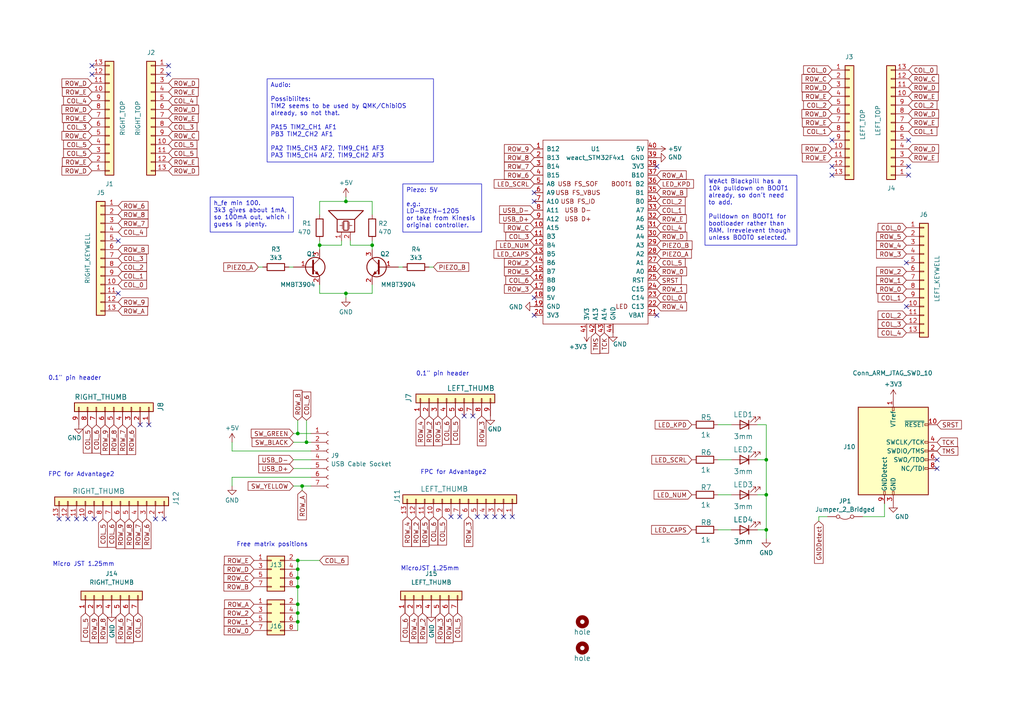
<source format=kicad_sch>
(kicad_sch (version 20231120) (generator "eeschema") (generator_version "8.0")
  (paper "A4")
  (title_block (title "River's Blackpill Kinesis Advantage Controller") (date "2024-07-08") (rev "0.3") (company "River Cat") (comment 1 "https://river.cat/t/kinbp"))
  (lib_symbols
    (symbol "Connector:Conn_01x07_Socket" (pin_names (offset 1.016) hide)
      (property "Reference" "J" (at 0 10.16 0))
      (property "Value" "Conn_01x07_Socket" (at 0 -10.16 0))
      (symbol "Conn_01x07_Socket_1_1"
        (pin passive line (at -5.08 7.62 0) (length 3.81) (name "Pin_1") (number "1"))
        (pin passive line (at -5.08 5.08 0) (length 3.81) (name "Pin_2") (number "2"))
        (pin passive line (at -5.08 2.54 0) (length 3.81) (name "Pin_3") (number "3"))
        (pin passive line (at -5.08 0 0) (length 3.81) (name "Pin_4") (number "4"))
        (pin passive line (at -5.08 -2.54 0) (length 3.81) (name "Pin_5") (number "5"))
        (pin passive line (at -5.08 -5.08 0) (length 3.81) (name "Pin_6") (number "6"))
        (pin passive line (at -5.08 -7.62 0) (length 3.81) (name "Pin_7") (number "7"))
      )
    )
    (symbol "Connector:Conn_ARM_JTAG_SWD_10" (pin_names (offset 1.016))
      (property "Reference" "J" (at -2.54 16.51 0))
      (property "Value" "Conn_ARM_JTAG_SWD_10" (at -2.54 13.97 0))
      (symbol "Conn_ARM_JTAG_SWD_10_1_1"
        (pin power_in line (at 0 15.24 270) (length 2.54) (name "VTref") (number "1"))
        (pin open_collector line (at 12.7 7.62 180) (length 2.54) (name "~{RESET}") (number "10"))
        (pin bidirectional line (at 12.7 0 180) (length 2.54) (name "SWDIO/TMS") (number "2"))
        (pin power_in line (at 0 -15.24 90) (length 2.54) (name "GND") (number "3"))
        (pin output line (at 12.7 2.54 180) (length 2.54) (name "SWCLK/TCK") (number "4"))
        (pin passive line (at 0 -15.24 90) (length 2.54) hide (name "GND") (number "5"))
        (pin input line (at 12.7 -2.54 180) (length 2.54) (name "SWO/TDO") (number "6"))
        (pin no_connect line (at -10.16 0 0) (length 2.54) hide (name "KEY") (number "7"))
        (pin output line (at 12.7 -5.08 180) (length 2.54) (name "NC/TDI") (number "8"))
        (pin passive line (at -2.54 -15.24 90) (length 2.54) (name "GNDDetect") (number "9"))
      )
    )
    (symbol "Connector_Generic:Conn_01x07" (pin_names (offset 1.016) hide)
      (property "Reference" "J" (at 0 10.16 0))
      (property "Value" "Conn_01x07" (at 0 -10.16 0))
      (symbol "Conn_01x07_1_1"
        (pin passive line (at -5.08 7.62 0) (length 3.81) (name "Pin_1") (number "1"))
        (pin passive line (at -5.08 5.08 0) (length 3.81) (name "Pin_2") (number "2"))
        (pin passive line (at -5.08 2.54 0) (length 3.81) (name "Pin_3") (number "3"))
        (pin passive line (at -5.08 0 0) (length 3.81) (name "Pin_4") (number "4"))
        (pin passive line (at -5.08 -2.54 0) (length 3.81) (name "Pin_5") (number "5"))
        (pin passive line (at -5.08 -5.08 0) (length 3.81) (name "Pin_6") (number "6"))
        (pin passive line (at -5.08 -7.62 0) (length 3.81) (name "Pin_7") (number "7"))
      )
    )
    (symbol "Connector_Generic:Conn_01x09" (pin_names (offset 1.016) hide)
      (property "Reference" "J" (at 0 12.7 0))
      (property "Value" "Conn_01x09" (at 0 -12.7 0))
      (symbol "Conn_01x09_1_1"
        (pin passive line (at -5.08 10.16 0) (length 3.81) (name "Pin_1") (number "1"))
        (pin passive line (at -5.08 7.62 0) (length 3.81) (name "Pin_2") (number "2"))
        (pin passive line (at -5.08 5.08 0) (length 3.81) (name "Pin_3") (number "3"))
        (pin passive line (at -5.08 2.54 0) (length 3.81) (name "Pin_4") (number "4"))
        (pin passive line (at -5.08 0 0) (length 3.81) (name "Pin_5") (number "5"))
        (pin passive line (at -5.08 -2.54 0) (length 3.81) (name "Pin_6") (number "6"))
        (pin passive line (at -5.08 -5.08 0) (length 3.81) (name "Pin_7") (number "7"))
        (pin passive line (at -5.08 -7.62 0) (length 3.81) (name "Pin_8") (number "8"))
        (pin passive line (at -5.08 -10.16 0) (length 3.81) (name "Pin_9") (number "9"))
      )
    )
    (symbol "Connector_Generic:Conn_01x13" (pin_names (offset 1.016) hide)
      (property "Reference" "J" (at 0 17.78 0))
      (property "Value" "Conn_01x13" (at 0 -17.78 0))
      (symbol "Conn_01x13_1_1"
        (pin passive line (at -5.08 15.24 0) (length 3.81) (name "Pin_1") (number "1"))
        (pin passive line (at -5.08 -7.62 0) (length 3.81) (name "Pin_10") (number "10"))
        (pin passive line (at -5.08 -10.16 0) (length 3.81) (name "Pin_11") (number "11"))
        (pin passive line (at -5.08 -12.7 0) (length 3.81) (name "Pin_12") (number "12"))
        (pin passive line (at -5.08 -15.24 0) (length 3.81) (name "Pin_13") (number "13"))
        (pin passive line (at -5.08 12.7 0) (length 3.81) (name "Pin_2") (number "2"))
        (pin passive line (at -5.08 10.16 0) (length 3.81) (name "Pin_3") (number "3"))
        (pin passive line (at -5.08 7.62 0) (length 3.81) (name "Pin_4") (number "4"))
        (pin passive line (at -5.08 5.08 0) (length 3.81) (name "Pin_5") (number "5"))
        (pin passive line (at -5.08 2.54 0) (length 3.81) (name "Pin_6") (number "6"))
        (pin passive line (at -5.08 0 0) (length 3.81) (name "Pin_7") (number "7"))
        (pin passive line (at -5.08 -2.54 0) (length 3.81) (name "Pin_8") (number "8"))
        (pin passive line (at -5.08 -5.08 0) (length 3.81) (name "Pin_9") (number "9"))
      )
    )
    (symbol "Connector_Generic:Conn_02x04_Odd_Even" (pin_names (offset 1.016) hide)
      (property "Reference" "J" (at 1.27 5.08 0))
      (property "Value" "Conn_02x04_Odd_Even" (at 1.27 -7.62 0))
      (symbol "Conn_02x04_Odd_Even_1_1"
        (pin passive line (at -5.08 2.54 0) (length 3.81) (name "Pin_1") (number "1"))
        (pin passive line (at 7.62 2.54 180) (length 3.81) (name "Pin_2") (number "2"))
        (pin passive line (at -5.08 0 0) (length 3.81) (name "Pin_3") (number "3"))
        (pin passive line (at 7.62 0 180) (length 3.81) (name "Pin_4") (number "4"))
        (pin passive line (at -5.08 -2.54 0) (length 3.81) (name "Pin_5") (number "5"))
        (pin passive line (at 7.62 -2.54 180) (length 3.81) (name "Pin_6") (number "6"))
        (pin passive line (at -5.08 -5.08 0) (length 3.81) (name "Pin_7") (number "7"))
        (pin passive line (at 7.62 -5.08 180) (length 3.81) (name "Pin_8") (number "8"))
      )
    )
    (symbol "Device:LED" (pin_numbers hide) (pin_names (offset 1.016) hide)
      (property "Reference" "D" (at 0 2.54 0))
      (property "Value" "LED" (at 0 -2.54 0))
      (symbol "LED_1_1"
        (pin passive line (at -3.81 0 0) (length 2.54) (name "K") (number "1"))
        (pin passive line (at 3.81 0 180) (length 2.54) (name "A") (number "2"))
      )
    )
    (symbol "Device:R" (pin_numbers hide) (pin_names (offset 0))
      (property "Reference" "R" (at 2.032 0 90))
      (property "Value" "R" (at 0 0 90))
      (symbol "R_1_1"
        (pin passive line (at 0 3.81 270) (length 1.27) (name "~") (number "1"))
        (pin passive line (at 0 -3.81 90) (length 1.27) (name "~") (number "2"))
      )
    )
    (symbol "Device:Speaker_Crystal" (pin_names (offset 0) hide)
      (property "Reference" "LS" (at 0.635 5.715 0))
      (property "Value" "Speaker_Crystal" (at 0.635 3.81 0))
      (symbol "Speaker_Crystal_1_1"
        (pin input line (at -5.08 0 0) (length 2.54) (name "1") (number "1"))
        (pin input line (at -5.08 -2.54 0) (length 2.54) (name "2") (number "2"))
      )
    )
    (symbol "GND_2" (power) (pin_names (offset 0))
      (property "Value" "GND_2" (at 0 -3.81 0))
      (symbol "GND_2_1_1"
        (pin power_in line (at 0 0 270) (length 0) hide (name "GND") (number "1"))
      )
    )
    (symbol "GND_3" (power) (pin_names (offset 0))
      (property "Value" "GND_3" (at 0 -3.81 0))
      (symbol "GND_3_1_1"
        (pin power_in line (at 0 0 270) (length 0) hide (name "GND") (number "1"))
      )
    )
    (symbol "GND_4" (power) (pin_names (offset 0))
      (property "Value" "GND_4" (at 0 -3.81 0))
      (symbol "GND_4_1_1"
        (pin power_in line (at 0 0 270) (length 0) hide (name "GND") (number "1"))
      )
    )
    (symbol "GND_5" (power) (pin_names (offset 0))
      (property "Value" "GND_5" (at 0 -3.81 0))
      (symbol "GND_5_1_1"
        (pin power_in line (at 0 0 270) (length 0) hide (name "GND") (number "1"))
      )
    )
    (symbol "GND_6" (power) (pin_names (offset 0))
      (property "Value" "GND_6" (at 0 -3.81 0))
      (symbol "GND_6_1_1"
        (pin power_in line (at 0 0 270) (length 0) hide (name "GND") (number "1"))
      )
    )
    (symbol "Jumper:Jumper_2_Bridged" (pin_numbers hide) (pin_names (offset 0) hide) (exclude_from_sim yes)
      (property "Reference" "JP" (at 0 1.905 0))
      (property "Value" "Jumper_2_Bridged" (at 0 -2.54 0))
      (symbol "Jumper_2_Bridged_1_1"
        (pin passive line (at -5.08 0 0) (length 2.54) (name "A") (number "1"))
        (pin passive line (at 5.08 0 180) (length 2.54) (name "B") (number "2"))
      )
    )
    (symbol "Mechanical:MountingHole" (pin_names (offset 1.016))
      (property "Reference" "H" (at 0 5.08 0))
      (property "Value" "MountingHole" (at 0 3.175 0))
    )
    (symbol "Transistor_BJT:MMBT3904" (pin_names (offset 0) hide)
      (property "Reference" "Q" (at 5.08 1.905 0))
      (property "Value" "MMBT3904" (at 5.08 0 0))
      (symbol "MMBT3904_1_1"
        (pin input line (at -5.08 0 0) (length 5.715) (name "B") (number "1"))
        (pin passive line (at 2.54 -5.08 90) (length 2.54) (name "E") (number "2"))
        (pin passive line (at 2.54 5.08 270) (length 2.54) (name "C") (number "3"))
      )
    )
    (symbol "kinBP-rescue:weact_STM32F4x1-stm32_boards" (pin_names (offset 1.016))
      (property "Reference" "U" (at 0 0 0))
      (property "Value" "weact_STM32F4x1-stm32_boards" (at 2.54 -5.08 0))
      (symbol "weact_STM32F4x1-stm32_boards_0_0"
        (text "BOOT1" (at 10.16 -15.24 0) (effects (font (size 1.27 1.27))))
        (text "LED" (at 10.16 -50.8 0) (effects (font (size 1.27 1.27))))
        (text "USB D+" (at -2.54 -25.4 0) (effects (font (size 1.27 1.27))))
        (text "USB D-" (at -2.54 -22.86 0) (effects (font (size 1.27 1.27))))
        (text "USB FS_ID" (at -2.54 -20.32 0) (effects (font (size 1.27 1.27))))
        (text "USB FS_SOF" (at -2.54 -15.24 0) (effects (font (size 1.27 1.27))))
        (text "USB FS_VBUS" (at -2.54 -17.78 0) (effects (font (size 1.27 1.27))))
      )
      (symbol "weact_STM32F4x1-stm32_boards_1_1"
        (pin bidirectional line (at -15.24 -5.08 0) (length 2.54) (name "B12") (number "1"))
        (pin bidirectional line (at -15.24 -27.94 0) (length 2.54) (name "A15") (number "10"))
        (pin bidirectional line (at -15.24 -30.48 0) (length 2.54) (name "B3") (number "11"))
        (pin bidirectional line (at -15.24 -33.02 0) (length 2.54) (name "B4") (number "12"))
        (pin bidirectional line (at -15.24 -35.56 0) (length 2.54) (name "B5") (number "13"))
        (pin bidirectional line (at -15.24 -38.1 0) (length 2.54) (name "B6") (number "14"))
        (pin bidirectional line (at -15.24 -40.64 0) (length 2.54) (name "B7") (number "15"))
        (pin bidirectional line (at -15.24 -43.18 0) (length 2.54) (name "B8") (number "16"))
        (pin bidirectional line (at -15.24 -45.72 0) (length 2.54) (name "B9") (number "17"))
        (pin power_out line (at -15.24 -48.26 0) (length 2.54) (name "5V") (number "18"))
        (pin bidirectional line (at -15.24 -50.8 0) (length 2.54) (name "GND") (number "19"))
        (pin bidirectional line (at -15.24 -7.62 0) (length 2.54) (name "B13") (number "2"))
        (pin power_out line (at -15.24 -53.34 0) (length 2.54) (name "3V3") (number "20"))
        (pin power_in line (at 20.32 -53.34 180) (length 2.54) (name "VBAT") (number "21"))
        (pin bidirectional line (at 20.32 -50.8 180) (length 2.54) (name "C13") (number "22"))
        (pin bidirectional line (at 20.32 -48.26 180) (length 2.54) (name "C14") (number "23"))
        (pin bidirectional line (at 20.32 -45.72 180) (length 2.54) (name "C15") (number "24"))
        (pin bidirectional line (at 20.32 -43.18 180) (length 2.54) (name "RST") (number "25"))
        (pin bidirectional line (at 20.32 -40.64 180) (length 2.54) (name "A0") (number "26"))
        (pin bidirectional line (at 20.32 -38.1 180) (length 2.54) (name "A1") (number "27"))
        (pin bidirectional line (at 20.32 -35.56 180) (length 2.54) (name "A2") (number "28"))
        (pin bidirectional line (at 20.32 -33.02 180) (length 2.54) (name "A3") (number "29"))
        (pin bidirectional line (at -15.24 -10.16 0) (length 2.54) (name "B14") (number "3"))
        (pin bidirectional line (at 20.32 -30.48 180) (length 2.54) (name "A4") (number "30"))
        (pin bidirectional line (at 20.32 -27.94 180) (length 2.54) (name "A5") (number "31"))
        (pin bidirectional line (at 20.32 -25.4 180) (length 2.54) (name "A6") (number "32"))
        (pin bidirectional line (at 20.32 -22.86 180) (length 2.54) (name "A7") (number "33"))
        (pin bidirectional line (at 20.32 -20.32 180) (length 2.54) (name "B0") (number "34"))
        (pin bidirectional line (at 20.32 -17.78 180) (length 2.54) (name "B1") (number "35"))
        (pin bidirectional line (at 20.32 -15.24 180) (length 2.54) (name "B2") (number "36"))
        (pin bidirectional line (at 20.32 -12.7 180) (length 2.54) (name "B10") (number "37"))
        (pin power_out line (at 20.32 -10.16 180) (length 2.54) (name "3V3") (number "38"))
        (pin bidirectional line (at 20.32 -7.62 180) (length 2.54) (name "GND") (number "39"))
        (pin bidirectional line (at -15.24 -12.7 0) (length 2.54) (name "B15") (number "4"))
        (pin power_out line (at 20.32 -5.08 180) (length 2.54) (name "5V") (number "40"))
        (pin power_in line (at 0 -58.42 90) (length 2.54) (name "3V3") (number "41"))
        (pin bidirectional line (at 2.54 -58.42 90) (length 2.54) (name "A13") (number "42"))
        (pin bidirectional line (at 5.08 -58.42 90) (length 2.54) (name "A14") (number "43"))
        (pin bidirectional line (at 7.62 -58.42 90) (length 2.54) (name "GND") (number "44"))
        (pin bidirectional line (at -15.24 -15.24 0) (length 2.54) (name "A8") (number "5"))
        (pin bidirectional line (at -15.24 -17.78 0) (length 2.54) (name "A9") (number "6"))
        (pin bidirectional line (at -15.24 -20.32 0) (length 2.54) (name "A10") (number "7"))
        (pin bidirectional line (at -15.24 -22.86 0) (length 2.54) (name "A11") (number "8"))
        (pin bidirectional line (at -15.24 -25.4 0) (length 2.54) (name "A12") (number "9"))
      )
    )
    (symbol "power:+3V3" (power) (pin_names (offset 0))
      (property "Value" "+3V3" (at 0 3.556 0))
      (symbol "+3V3_1_1"
        (pin power_in line (at 0 0 90) (length 0) hide (name "+3V3") (number "1"))
      )
    )
    (symbol "power:+5V" (power) (pin_names (offset 0))
      (property "Value" "+5V" (at 0 3.556 0))
      (symbol "+5V_1_1"
        (pin power_in line (at 0 0 90) (length 0) hide (name "+5V") (number "1"))
      )
    )
    (symbol "power:GND" (power) (pin_names (offset 0))
      (property "Value" "GND" (at 0 -3.81 0))
      (symbol "GND_1_1"
        (pin power_in line (at 0 0 270) (length 0) hide (name "GND") (number "1"))
      )
    )
  )
  (junction (at 222.25 143.51))
  (junction (at 86.36 165.1))
  (junction (at 86.36 125.73))
  (junction (at 86.36 167.64))
  (junction (at 86.36 177.8))
  (junction (at 86.36 175.26))
  (junction (at 107.95 71.12))
  (junction (at 92.71 71.12))
  (junction (at 86.36 180.34))
  (junction (at 222.25 133.35))
  (junction (at 222.25 153.67))
  (junction (at 86.36 162.56))
  (junction (at 88.9 128.27))
  (junction (at 87.63 140.97))
  (junction (at 100.33 85.09))
  (junction (at 100.33 58.42))
  (junction (at 86.36 170.18))
  (no_connect (at 137.16 120.65))
  (no_connect (at 24.765 150.495))
  (no_connect (at 154.94 58.42))
  (no_connect (at 262.89 88.9))
  (no_connect (at 262.89 76.2))
  (no_connect (at 19.685 150.495))
  (no_connect (at 48.895 21.59))
  (no_connect (at 133.35 149.86))
  (no_connect (at 154.94 86.36))
  (no_connect (at 148.59 149.86))
  (no_connect (at 241.3 40.64))
  (no_connect (at 190.5 48.26))
  (no_connect (at 154.94 91.44))
  (no_connect (at 263.525 40.64))
  (no_connect (at 190.5 91.44))
  (no_connect (at 263.525 48.26))
  (no_connect (at 17.145 150.495))
  (no_connect (at 134.62 120.65))
  (no_connect (at 40.64 123.19))
  (no_connect (at 45.085 150.495))
  (no_connect (at 271.78 135.89))
  (no_connect (at 22.225 150.495))
  (no_connect (at 271.78 133.35))
  (no_connect (at 241.3 50.8))
  (no_connect (at 140.97 149.86))
  (no_connect (at 138.43 149.86))
  (no_connect (at 48.895 19.05))
  (no_connect (at 263.525 50.8))
  (no_connect (at 143.51 149.86))
  (no_connect (at 26.67 19.05))
  (no_connect (at 34.29 69.85))
  (no_connect (at 43.18 123.19))
  (no_connect (at 47.625 150.495))
  (no_connect (at 154.94 55.88))
  (no_connect (at 146.05 149.86))
  (no_connect (at 34.29 85.09))
  (no_connect (at 27.305 150.495))
  (no_connect (at 130.81 149.86))
  (no_connect (at 26.67 21.59))
  (no_connect (at 241.3 48.26))
  (wire (pts (xy 222.25 133.35) (xy 222.25 123.19)))
  (wire (pts (xy 222.25 143.51) (xy 222.25 133.35)))
  (wire (pts (xy 67.31 138.43) (xy 90.17 138.43)))
  (wire (pts (xy 92.71 71.12) (xy 92.71 72.39)))
  (wire (pts (xy 88.9 121.92) (xy 88.9 128.27)))
  (wire (pts (xy 90.17 140.97) (xy 87.63 140.97)))
  (wire (pts (xy 90.17 125.73) (xy 86.36 125.73)))
  (wire (pts (xy 208.28 143.51) (xy 212.09 143.51)))
  (wire (pts (xy 107.95 82.55) (xy 107.95 85.09)))
  (wire (pts (xy 99.06 71.12) (xy 92.71 71.12)))
  (wire (pts (xy 83.82 77.47) (xy 85.09 77.47)))
  (wire (pts (xy 219.71 143.51) (xy 222.25 143.51)))
  (wire (pts (xy 76.2 77.47) (xy 74.93 77.47)))
  (wire (pts (xy 237.49 149.86) (xy 240.03 149.86)))
  (wire (pts (xy 101.6 71.12) (xy 107.95 71.12)))
  (wire (pts (xy 250.19 149.86) (xy 256.54 149.86)))
  (wire (pts (xy 86.36 167.64) (xy 86.36 170.18)))
  (wire (pts (xy 86.36 180.34) (xy 86.36 177.8)))
  (wire (pts (xy 87.63 140.97) (xy 87.63 142.24)))
  (wire (pts (xy 107.95 58.42) (xy 107.95 62.23)))
  (wire (pts (xy 90.17 133.35) (xy 85.09 133.35)))
  (wire (pts (xy 100.33 58.42) (xy 107.95 58.42)))
  (wire (pts (xy 86.36 121.92) (xy 86.36 125.73)))
  (wire (pts (xy 92.71 82.55) (xy 92.71 85.09)))
  (wire (pts (xy 222.25 123.19) (xy 219.71 123.19)))
  (wire (pts (xy 107.95 69.85) (xy 107.95 71.12)))
  (wire (pts (xy 67.31 130.81) (xy 67.31 128.27)))
  (wire (pts (xy 88.9 128.27) (xy 85.09 128.27)))
  (wire (pts (xy 92.71 62.23) (xy 92.71 58.42)))
  (wire (pts (xy 219.71 153.67) (xy 222.25 153.67)))
  (wire (pts (xy 100.33 85.09) (xy 107.95 85.09)))
  (wire (pts (xy 90.17 135.89) (xy 85.09 135.89)))
  (wire (pts (xy 124.46 77.47) (xy 125.73 77.47)))
  (wire (pts (xy 86.36 177.8) (xy 86.36 175.26)))
  (wire (pts (xy 92.71 58.42) (xy 100.33 58.42)))
  (wire (pts (xy 208.28 153.67) (xy 212.09 153.67)))
  (wire (pts (xy 90.17 130.81) (xy 67.31 130.81)))
  (wire (pts (xy 222.25 156.21) (xy 222.25 153.67)))
  (wire (pts (xy 86.36 182.88) (xy 86.36 180.34)))
  (wire (pts (xy 208.28 133.35) (xy 212.09 133.35)))
  (wire (pts (xy 67.31 140.97) (xy 67.31 138.43)))
  (wire (pts (xy 115.57 77.47) (xy 116.84 77.47)))
  (wire (pts (xy 86.36 125.73) (xy 85.09 125.73)))
  (wire (pts (xy 237.49 151.13) (xy 237.49 149.86)))
  (wire (pts (xy 100.33 85.09) (xy 100.33 86.36)))
  (wire (pts (xy 87.63 140.97) (xy 85.09 140.97)))
  (wire (pts (xy 86.36 170.18) (xy 86.36 175.26)))
  (wire (pts (xy 208.28 123.19) (xy 212.09 123.19)))
  (wire (pts (xy 99.06 69.85) (xy 99.06 71.12)))
  (wire (pts (xy 101.6 69.85) (xy 101.6 71.12)))
  (wire (pts (xy 90.17 128.27) (xy 88.9 128.27)))
  (wire (pts (xy 86.36 162.56) (xy 92.71 162.56)))
  (wire (pts (xy 86.36 162.56) (xy 86.36 165.1)))
  (wire (pts (xy 219.71 133.35) (xy 222.25 133.35)))
  (wire (pts (xy 92.71 69.85) (xy 92.71 71.12)))
  (wire (pts (xy 100.33 57.15) (xy 100.33 58.42)))
  (wire (pts (xy 107.95 71.12) (xy 107.95 72.39)))
  (wire (pts (xy 86.36 165.1) (xy 86.36 167.64)))
  (wire (pts (xy 92.71 85.09) (xy 100.33 85.09)))
  (wire (pts (xy 256.54 149.86) (xy 256.54 146.05)))
  (wire (pts (xy 222.25 153.67) (xy 222.25 143.51)))
  (text_box "Piezo: 5V\n\ne.g.:\nLD-BZEN-1205\nor take from Kinesis original controller." (at 116.84 53.34 0) (size 22.86 13.97) (effects (font (size 1.27 1.27)) (justify left top)))
  (text_box "h_fe min 100.\n3k3 gives about 1mA, so 100mA out, which I guess is plenty." (at 60.96 57.15 0) (size 24.13 10.16) (effects (font (size 1.27 1.27)) (justify left top)))
  (text_box "WeAct Blackpill has a 10k pulldown on BOOT1 already, so don't need to add.\n\nPulldown on BOOT1 for bootloader rather than RAM. Irrevelevent though unless BOOT0 selected." (at 204.47 50.8 0) (size 26.67 20.32) (effects (font (size 1.27 1.27)) (justify left top)))
  (text_box "Audio:\n\nPossibilites:\nTIM2 seems to be used by QMK/ChibiOS already, so not that.\n\nPA15 TIM2_CH1 AF1\nPB3 TIM2_CH2 AF1\n\nPA2 TIM5_CH3 AF2, TIM9_CH1 AF3\nPA3 TIM5_CH4 AF2, TIM9_CH2 AF3" (at 77.47 22.86 0) (size 48.26 24.13) (effects (font (size 1.27 1.27)) (justify left top)))
  (text "FPC for Advantage2" (at 13.97 138.43 0) (effects (font (size 1.27 1.27)) (justify left bottom)))
  (text "0.1\" pin header" (at 120.65 109.22 0) (effects (font (size 1.27 1.27)) (justify left bottom)))
  (text "MicroJST 1.25mm" (at 116.205 165.735 0) (effects (font (size 1.27 1.27)) (justify left bottom)))
  (text "FPC for Advantage2" (at 121.92 137.795 0) (effects (font (size 1.27 1.27)) (justify left bottom)))
  (text "Micro JST 1.25mm" (at 15.24 164.465 0) (effects (font (size 1.27 1.27)) (justify left bottom)))
  (text "0.1\" pin header" (at 13.97 110.49 0) (effects (font (size 1.27 1.27)) (justify left bottom)))
  (text "Free matrix positions" (at 68.58 158.75 0) (effects (font (size 1.27 1.27)) (justify left bottom)))
  (global_label "TCK" (shape input) (at 175.26 96.52 270) (property "Intersheetrefs" "${INTERSHEET_REFS}" (effects (hide yes))))
  (global_label "ROW_E" (shape input) (at 263.525 45.72 0) (property "Intersheetrefs" "${INTERSHEET_REFS}" (effects (hide yes))))
  (global_label "COL_6" (shape input) (at 88.9 121.92 90) (property "Intersheetrefs" "${INTERSHEET_REFS}" (effects (hide yes))))
  (global_label "ROW_5" (shape input) (at 262.89 68.58 180) (property "Intersheetrefs" "${INTERSHEET_REFS}" (effects (hide yes))))
  (global_label "ROW_4" (shape input) (at 190.5 88.9 0) (property "Intersheetrefs" "${INTERSHEET_REFS}" (effects (hide yes))))
  (global_label "COL_4" (shape input) (at 34.29 67.31 0) (property "Intersheetrefs" "${INTERSHEET_REFS}" (effects (hide yes))))
  (global_label "PIEZO_B" (shape input) (at 190.5 71.12 0) (property "Intersheetrefs" "${INTERSHEET_REFS}" (effects (hide yes))))
  (global_label "ROW_D" (shape input) (at 48.895 31.75 0) (property "Intersheetrefs" "${INTERSHEET_REFS}" (effects (hide yes))))
  (global_label "TCK" (shape input) (at 271.78 128.27 0) (property "Intersheetrefs" "${INTERSHEET_REFS}" (effects (hide yes))))
  (global_label "ROW_3" (shape input) (at 127.635 177.8 270) (property "Intersheetrefs" "${INTERSHEET_REFS}" (effects (hide yes))))
  (global_label "TMS" (shape input) (at 271.78 130.81 0) (property "Intersheetrefs" "${INTERSHEET_REFS}" (effects (hide yes))))
  (global_label "ROW_C" (shape input) (at 241.3 22.86 180) (property "Intersheetrefs" "${INTERSHEET_REFS}" (effects (hide yes))))
  (global_label "COL_4" (shape input) (at 190.5 66.04 0) (property "Intersheetrefs" "${INTERSHEET_REFS}" (effects (hide yes))))
  (global_label "ROW_2" (shape input) (at 73.66 177.8 180) (property "Intersheetrefs" "${INTERSHEET_REFS}" (effects (hide yes))))
  (global_label "ROW_6" (shape input) (at 34.29 59.69 0) (property "Intersheetrefs" "${INTERSHEET_REFS}" (effects (hide yes))))
  (global_label "ROW_E" (shape input) (at 263.525 35.56 0) (property "Intersheetrefs" "${INTERSHEET_REFS}" (effects (hide yes))))
  (global_label "COL_3" (shape input) (at 154.94 68.58 180) (property "Intersheetrefs" "${INTERSHEET_REFS}" (effects (hide yes))))
  (global_label "COL_2" (shape input) (at 263.525 30.48 0) (property "Intersheetrefs" "${INTERSHEET_REFS}" (effects (hide yes))))
  (global_label "ROW_2" (shape input) (at 120.65 149.86 270) (property "Intersheetrefs" "${INTERSHEET_REFS}" (effects (hide yes))))
  (global_label "COL_0" (shape input) (at 263.525 20.32 0) (property "Intersheetrefs" "${INTERSHEET_REFS}" (effects (hide yes))))
  (global_label "COL_1" (shape input) (at 263.525 38.1 0) (property "Intersheetrefs" "${INTERSHEET_REFS}" (effects (hide yes))))
  (global_label "PIEZO_B" (shape input) (at 125.73 77.47 0) (property "Intersheetrefs" "${INTERSHEET_REFS}" (effects (hide yes))))
  (global_label "LED_CAPS" (shape input) (at 200.66 153.67 180) (property "Intersheetrefs" "${INTERSHEET_REFS}" (effects (hide yes))))
  (global_label "SRST" (shape input) (at 271.78 123.19 0) (property "Intersheetrefs" "${INTERSHEET_REFS}" (effects (hide yes))))
  (global_label "ROW_E" (shape input) (at 26.67 34.29 180) (property "Intersheetrefs" "${INTERSHEET_REFS}" (effects (hide yes))))
  (global_label "COL_5" (shape input) (at 48.895 41.91 0) (property "Intersheetrefs" "${INTERSHEET_REFS}" (effects (hide yes))))
  (global_label "COL_4" (shape input) (at 48.895 29.21 0) (property "Intersheetrefs" "${INTERSHEET_REFS}" (effects (hide yes))))
  (global_label "COL_5" (shape input) (at 48.895 44.45 0) (property "Intersheetrefs" "${INTERSHEET_REFS}" (effects (hide yes))))
  (global_label "ROW_D" (shape input) (at 26.67 24.13 180) (property "Intersheetrefs" "${INTERSHEET_REFS}" (effects (hide yes))))
  (global_label "ROW_D" (shape input) (at 48.895 49.53 0) (property "Intersheetrefs" "${INTERSHEET_REFS}" (effects (hide yes))))
  (global_label "ROW_5" (shape input) (at 127 120.65 270) (property "Intersheetrefs" "${INTERSHEET_REFS}" (effects (hide yes))))
  (global_label "COL_4" (shape input) (at 262.89 96.52 180) (property "Intersheetrefs" "${INTERSHEET_REFS}" (effects (hide yes))))
  (global_label "ROW_5" (shape input) (at 154.94 78.74 180) (property "Intersheetrefs" "${INTERSHEET_REFS}" (effects (hide yes))))
  (global_label "ROW_D" (shape input) (at 190.5 68.58 0) (property "Intersheetrefs" "${INTERSHEET_REFS}" (effects (hide yes))))
  (global_label "ROW_E" (shape input) (at 26.67 46.99 180) (property "Intersheetrefs" "${INTERSHEET_REFS}" (effects (hide yes))))
  (global_label "COL_2" (shape input) (at 241.3 30.48 180) (property "Intersheetrefs" "${INTERSHEET_REFS}" (effects (hide yes))))
  (global_label "ROW_3" (shape input) (at 135.89 149.86 270) (property "Intersheetrefs" "${INTERSHEET_REFS}" (effects (hide yes))))
  (global_label "ROW_A" (shape input) (at 87.63 142.24 270) (property "Intersheetrefs" "${INTERSHEET_REFS}" (effects (hide yes))))
  (global_label "COL_5" (shape input) (at 26.67 44.45 180) (property "Intersheetrefs" "${INTERSHEET_REFS}" (effects (hide yes))))
  (global_label "COL_5" (shape input) (at 26.67 41.91 180) (property "Intersheetrefs" "${INTERSHEET_REFS}" (effects (hide yes))))
  (global_label "ROW_5" (shape input) (at 123.19 149.86 270) (property "Intersheetrefs" "${INTERSHEET_REFS}" (effects (hide yes))))
  (global_label "COL_6" (shape input) (at 27.94 123.19 270) (property "Intersheetrefs" "${INTERSHEET_REFS}" (effects (hide yes))))
  (global_label "ROW_D" (shape input) (at 263.525 25.4 0) (property "Intersheetrefs" "${INTERSHEET_REFS}" (effects (hide yes))))
  (global_label "LED_SCRL" (shape input) (at 154.94 53.34 180) (property "Intersheetrefs" "${INTERSHEET_REFS}" (effects (hide yes))))
  (global_label "COL_0" (shape input) (at 34.29 82.55 0) (property "Intersheetrefs" "${INTERSHEET_REFS}" (effects (hide yes))))
  (global_label "ROW_9" (shape input) (at 154.94 43.18 180) (property "Intersheetrefs" "${INTERSHEET_REFS}" (effects (hide yes))))
  (global_label "ROW_D" (shape input) (at 73.66 165.1 180) (property "Intersheetrefs" "${INTERSHEET_REFS}" (effects (hide yes))))
  (global_label "COL_2" (shape input) (at 190.5 58.42 0) (property "Intersheetrefs" "${INTERSHEET_REFS}" (effects (hide yes))))
  (global_label "PIEZO_A" (shape input) (at 190.5 73.66 0) (property "Intersheetrefs" "${INTERSHEET_REFS}" (effects (hide yes))))
  (global_label "COL_1" (shape input) (at 34.29 80.01 0) (property "Intersheetrefs" "${INTERSHEET_REFS}" (effects (hide yes))))
  (global_label "ROW_1" (shape input) (at 190.5 83.82 0) (property "Intersheetrefs" "${INTERSHEET_REFS}" (effects (hide yes))))
  (global_label "COL_2" (shape input) (at 34.29 77.47 0) (property "Intersheetrefs" "${INTERSHEET_REFS}" (effects (hide yes))))
  (global_label "ROW_0" (shape input) (at 262.89 83.82 180) (property "Intersheetrefs" "${INTERSHEET_REFS}" (effects (hide yes))))
  (global_label "ROW_D" (shape input) (at 241.3 25.4 180) (property "Intersheetrefs" "${INTERSHEET_REFS}" (effects (hide yes))))
  (global_label "SW_GREEN" (shape input) (at 85.09 125.73 180) (property "Intersheetrefs" "${INTERSHEET_REFS}" (effects (hide yes))))
  (global_label "COL_0" (shape input) (at 241.3 20.32 180) (property "Intersheetrefs" "${INTERSHEET_REFS}" (effects (hide yes))))
  (global_label "ROW_A" (shape input) (at 34.29 90.17 0) (property "Intersheetrefs" "${INTERSHEET_REFS}" (effects (hide yes))))
  (global_label "COL_6" (shape input) (at 117.475 177.8 270) (property "Intersheetrefs" "${INTERSHEET_REFS}" (effects (hide yes))))
  (global_label "COL_5" (shape input) (at 24.765 177.8 270) (property "Intersheetrefs" "${INTERSHEET_REFS}" (effects (hide yes))))
  (global_label "COL_3" (shape input) (at 26.67 36.83 180) (property "Intersheetrefs" "${INTERSHEET_REFS}" (effects (hide yes))))
  (global_label "ROW_4" (shape input) (at 121.92 120.65 270) (property "Intersheetrefs" "${INTERSHEET_REFS}" (effects (hide yes))))
  (global_label "ROW_7" (shape input) (at 35.56 123.19 270) (property "Intersheetrefs" "${INTERSHEET_REFS}" (effects (hide yes))))
  (global_label "USB_D-" (shape input) (at 85.09 133.35 180) (property "Intersheetrefs" "${INTERSHEET_REFS}" (effects (hide yes))))
  (global_label "ROW_9" (shape input) (at 27.305 177.8 270) (property "Intersheetrefs" "${INTERSHEET_REFS}" (effects (hide yes))))
  (global_label "SRST" (shape input) (at 190.5 81.28 0) (property "Intersheetrefs" "${INTERSHEET_REFS}" (effects (hide yes))))
  (global_label "PIEZO_A" (shape input) (at 74.93 77.47 180) (property "Intersheetrefs" "${INTERSHEET_REFS}" (effects (hide yes))))
  (global_label "ROW_1" (shape input) (at 73.66 180.34 180) (property "Intersheetrefs" "${INTERSHEET_REFS}" (effects (hide yes))))
  (global_label "COL_6" (shape input) (at 40.005 177.8 270) (property "Intersheetrefs" "${INTERSHEET_REFS}" (effects (hide yes))))
  (global_label "LED_NUM" (shape input) (at 154.94 71.12 180) (property "Intersheetrefs" "${INTERSHEET_REFS}" (effects (hide yes))))
  (global_label "ROW_9" (shape input) (at 34.29 87.63 0) (property "Intersheetrefs" "${INTERSHEET_REFS}" (effects (hide yes))))
  (global_label "ROW_2" (shape input) (at 262.89 78.74 180) (property "Intersheetrefs" "${INTERSHEET_REFS}" (effects (hide yes))))
  (global_label "COL_6" (shape input) (at 32.385 150.495 270) (property "Intersheetrefs" "${INTERSHEET_REFS}" (effects (hide yes))))
  (global_label "ROW_B" (shape input) (at 190.5 55.88 0) (property "Intersheetrefs" "${INTERSHEET_REFS}" (effects (hide yes))))
  (global_label "ROW_5" (shape input) (at 130.175 177.8 270) (property "Intersheetrefs" "${INTERSHEET_REFS}" (effects (hide yes))))
  (global_label "ROW_8" (shape input) (at 34.29 62.23 0) (property "Intersheetrefs" "${INTERSHEET_REFS}" (effects (hide yes))))
  (global_label "COL_3" (shape input) (at 48.895 36.83 0) (property "Intersheetrefs" "${INTERSHEET_REFS}" (effects (hide yes))))
  (global_label "COL_5" (shape input) (at 132.715 177.8 270) (property "Intersheetrefs" "${INTERSHEET_REFS}" (effects (hide yes))))
  (global_label "ROW_D" (shape input) (at 241.3 33.02 180) (property "Intersheetrefs" "${INTERSHEET_REFS}" (effects (hide yes))))
  (global_label "ROW_B" (shape input) (at 34.29 72.39 0) (property "Intersheetrefs" "${INTERSHEET_REFS}" (effects (hide yes))))
  (global_label "ROW_6" (shape input) (at 42.545 150.495 270) (property "Intersheetrefs" "${INTERSHEET_REFS}" (effects (hide yes))))
  (global_label "ROW_E" (shape input) (at 263.525 27.94 0) (property "Intersheetrefs" "${INTERSHEET_REFS}" (effects (hide yes))))
  (global_label "ROW_C" (shape input) (at 73.66 167.64 180) (property "Intersheetrefs" "${INTERSHEET_REFS}" (effects (hide yes))))
  (global_label "ROW_3" (shape input) (at 139.7 120.65 270) (property "Intersheetrefs" "${INTERSHEET_REFS}" (effects (hide yes))))
  (global_label "ROW_0" (shape input) (at 73.66 182.88 180) (property "Intersheetrefs" "${INTERSHEET_REFS}" (effects (hide yes))))
  (global_label "ROW_D" (shape input) (at 48.895 24.13 0) (property "Intersheetrefs" "${INTERSHEET_REFS}" (effects (hide yes))))
  (global_label "ROW_7" (shape input) (at 40.005 150.495 270) (property "Intersheetrefs" "${INTERSHEET_REFS}" (effects (hide yes))))
  (global_label "ROW_3" (shape input) (at 154.94 83.82 180) (property "Intersheetrefs" "${INTERSHEET_REFS}" (effects (hide yes))))
  (global_label "COL_0" (shape input) (at 190.5 86.36 0) (property "Intersheetrefs" "${INTERSHEET_REFS}" (effects (hide yes))))
  (global_label "ROW_E" (shape input) (at 48.895 26.67 0) (property "Intersheetrefs" "${INTERSHEET_REFS}" (effects (hide yes))))
  (global_label "ROW_E" (shape input) (at 48.895 34.29 0) (property "Intersheetrefs" "${INTERSHEET_REFS}" (effects (hide yes))))
  (global_label "ROW_E" (shape input) (at 26.67 26.67 180) (property "Intersheetrefs" "${INTERSHEET_REFS}" (effects (hide yes))))
  (global_label "ROW_E" (shape input) (at 241.3 27.94 180) (property "Intersheetrefs" "${INTERSHEET_REFS}" (effects (hide yes))))
  (global_label "COL_5" (shape input) (at 132.08 120.65 270) (property "Intersheetrefs" "${INTERSHEET_REFS}" (effects (hide yes))))
  (global_label "COL_2" (shape input) (at 262.89 91.44 180) (property "Intersheetrefs" "${INTERSHEET_REFS}" (effects (hide yes))))
  (global_label "ROW_8" (shape input) (at 37.465 150.495 270) (property "Intersheetrefs" "${INTERSHEET_REFS}" (effects (hide yes))))
  (global_label "COL_5" (shape input) (at 25.4 123.19 270) (property "Intersheetrefs" "${INTERSHEET_REFS}" (effects (hide yes))))
  (global_label "SW_YELLOW" (shape input) (at 85.09 140.97 180) (property "Intersheetrefs" "${INTERSHEET_REFS}" (effects (hide yes))))
  (global_label "ROW_A" (shape input) (at 190.5 50.8 0) (property "Intersheetrefs" "${INTERSHEET_REFS}" (effects (hide yes))))
  (global_label "ROW_8" (shape input) (at 29.845 177.8 270) (property "Intersheetrefs" "${INTERSHEET_REFS}" (effects (hide yes))))
  (global_label "ROW_E" (shape input) (at 190.5 63.5 0) (property "Intersheetrefs" "${INTERSHEET_REFS}" (effects (hide yes))))
  (global_label "ROW_2" (shape input) (at 124.46 120.65 270) (property "Intersheetrefs" "${INTERSHEET_REFS}" (effects (hide yes))))
  (global_label "ROW_4" (shape input) (at 262.89 71.12 180) (property "Intersheetrefs" "${INTERSHEET_REFS}" (effects (hide yes))))
  (global_label "LED_KPD" (shape input) (at 200.66 123.19 180) (property "Intersheetrefs" "${INTERSHEET_REFS}" (effects (hide yes))))
  (global_label "ROW_4" (shape input) (at 118.11 149.86 270) (property "Intersheetrefs" "${INTERSHEET_REFS}" (effects (hide yes))))
  (global_label "COL_6" (shape input) (at 129.54 120.65 270) (property "Intersheetrefs" "${INTERSHEET_REFS}" (effects (hide yes))))
  (global_label "ROW_8" (shape input) (at 154.94 45.72 180) (property "Intersheetrefs" "${INTERSHEET_REFS}" (effects (hide yes))))
  (global_label "ROW_7" (shape input) (at 37.465 177.8 270) (property "Intersheetrefs" "${INTERSHEET_REFS}" (effects (hide yes))))
  (global_label "ROW_6" (shape input) (at 154.94 50.8 180) (property "Intersheetrefs" "${INTERSHEET_REFS}" (effects (hide yes))))
  (global_label "ROW_B" (shape input) (at 73.66 170.18 180) (property "Intersheetrefs" "${INTERSHEET_REFS}" (effects (hide yes))))
  (global_label "COL_1" (shape input) (at 190.5 60.96 0) (property "Intersheetrefs" "${INTERSHEET_REFS}" (effects (hide yes))))
  (global_label "ROW_4" (shape input) (at 120.015 177.8 270) (property "Intersheetrefs" "${INTERSHEET_REFS}" (effects (hide yes))))
  (global_label "COL_1" (shape input) (at 262.89 86.36 180) (property "Intersheetrefs" "${INTERSHEET_REFS}" (effects (hide yes))))
  (global_label "ROW_8" (shape input) (at 33.02 123.19 270) (property "Intersheetrefs" "${INTERSHEET_REFS}" (effects (hide yes))))
  (global_label "ROW_6" (shape input) (at 34.925 177.8 270) (property "Intersheetrefs" "${INTERSHEET_REFS}" (effects (hide yes))))
  (global_label "USB_D+" (shape input) (at 154.94 63.5 180) (property "Intersheetrefs" "${INTERSHEET_REFS}" (effects (hide yes))))
  (global_label "ROW_E" (shape input) (at 48.895 46.99 0) (property "Intersheetrefs" "${INTERSHEET_REFS}" (effects (hide yes))))
  (global_label "USB_D-" (shape input) (at 154.94 60.96 180) (property "Intersheetrefs" "${INTERSHEET_REFS}" (effects (hide yes))))
  (global_label "ROW_A" (shape input) (at 73.66 175.26 180) (property "Intersheetrefs" "${INTERSHEET_REFS}" (effects (hide yes))))
  (global_label "ROW_D" (shape input) (at 26.67 49.53 180) (property "Intersheetrefs" "${INTERSHEET_REFS}" (effects (hide yes))))
  (global_label "COL_0" (shape input) (at 262.89 66.04 180) (property "Intersheetrefs" "${INTERSHEET_REFS}" (effects (hide yes))))
  (global_label "COL_6" (shape input) (at 125.73 149.86 270) (property "Intersheetrefs" "${INTERSHEET_REFS}" (effects (hide yes))))
  (global_label "TMS" (shape input) (at 172.72 96.52 270) (property "Intersheetrefs" "${INTERSHEET_REFS}" (effects (hide yes))))
  (global_label "COL_5" (shape input) (at 29.845 150.495 270) (property "Intersheetrefs" "${INTERSHEET_REFS}" (effects (hide yes))))
  (global_label "GNDDetect" (shape input) (at 237.49 151.13 270) (property "Intersheetrefs" "${INTERSHEET_REFS}" (effects (hide yes))))
  (global_label "ROW_C" (shape input) (at 263.525 22.86 0) (property "Intersheetrefs" "${INTERSHEET_REFS}" (effects (hide yes))))
  (global_label "ROW_D" (shape input) (at 26.67 31.75 180) (property "Intersheetrefs" "${INTERSHEET_REFS}" (effects (hide yes))))
  (global_label "ROW_C" (shape input) (at 48.895 39.37 0) (property "Intersheetrefs" "${INTERSHEET_REFS}" (effects (hide yes))))
  (global_label "LED_CAPS" (shape input) (at 154.94 73.66 180) (property "Intersheetrefs" "${INTERSHEET_REFS}" (effects (hide yes))))
  (global_label "LED_NUM" (shape input) (at 200.66 143.51 180) (property "Intersheetrefs" "${INTERSHEET_REFS}" (effects (hide yes))))
  (global_label "LED_KPD" (shape input) (at 190.5 53.34 0) (property "Intersheetrefs" "${INTERSHEET_REFS}" (effects (hide yes))))
  (global_label "ROW_1" (shape input) (at 262.89 81.28 180) (property "Intersheetrefs" "${INTERSHEET_REFS}" (effects (hide yes))))
  (global_label "COL_4" (shape input) (at 26.67 29.21 180) (property "Intersheetrefs" "${INTERSHEET_REFS}" (effects (hide yes))))
  (global_label "COL_5" (shape input) (at 190.5 76.2 0) (property "Intersheetrefs" "${INTERSHEET_REFS}" (effects (hide yes))))
  (global_label "ROW_9" (shape input) (at 34.925 150.495 270) (property "Intersheetrefs" "${INTERSHEET_REFS}" (effects (hide yes))))
  (global_label "ROW_2" (shape input) (at 154.94 76.2 180) (property "Intersheetrefs" "${INTERSHEET_REFS}" (effects (hide yes))))
  (global_label "SW_BLACK" (shape input) (at 85.09 128.27 180) (property "Intersheetrefs" "${INTERSHEET_REFS}" (effects (hide yes))))
  (global_label "ROW_D" (shape input) (at 241.3 43.18 180) (property "Intersheetrefs" "${INTERSHEET_REFS}" (effects (hide yes))))
  (global_label "ROW_6" (shape input) (at 38.1 123.19 270) (property "Intersheetrefs" "${INTERSHEET_REFS}" (effects (hide yes))))
  (global_label "ROW_C" (shape input) (at 26.67 39.37 180) (property "Intersheetrefs" "${INTERSHEET_REFS}" (effects (hide yes))))
  (global_label "LED_SCRL" (shape input) (at 200.66 133.35 180) (property "Intersheetrefs" "${INTERSHEET_REFS}" (effects (hide yes))))
  (global_label "ROW_E" (shape input) (at 241.3 45.72 180) (property "Intersheetrefs" "${INTERSHEET_REFS}" (effects (hide yes))))
  (global_label "ROW_D" (shape input) (at 263.525 33.02 0) (property "Intersheetrefs" "${INTERSHEET_REFS}" (effects (hide yes))))
  (global_label "COL_3" (shape input) (at 262.89 93.98 180) (property "Intersheetrefs" "${INTERSHEET_REFS}" (effects (hide yes))))
  (global_label "ROW_7" (shape input) (at 154.94 48.26 180) (property "Intersheetrefs" "${INTERSHEET_REFS}" (effects (hide yes))))
  (global_label "ROW_2" (shape input) (at 122.555 177.8 270) (property "Intersheetrefs" "${INTERSHEET_REFS}" (effects (hide yes))))
  (global_label "USB_D+" (shape input) (at 85.09 135.89 180) (property "Intersheetrefs" "${INTERSHEET_REFS}" (effects (hide yes))))
  (global_label "ROW_9" (shape input) (at 30.48 123.19 270) (property "Intersheetrefs" "${INTERSHEET_REFS}" (effects (hide yes))))
  (global_label "ROW_B" (shape input) (at 86.36 121.92 90) (property "Intersheetrefs" "${INTERSHEET_REFS}" (effects (hide yes))))
  (global_label "COL_1" (shape input) (at 241.3 38.1 180) (property "Intersheetrefs" "${INTERSHEET_REFS}" (effects (hide yes))))
  (global_label "ROW_E" (shape input) (at 241.3 35.56 180) (property "Intersheetrefs" "${INTERSHEET_REFS}" (effects (hide yes))))
  (global_label "COL_5" (shape input) (at 128.27 149.86 270) (property "Intersheetrefs" "${INTERSHEET_REFS}" (effects (hide yes))))
  (global_label "ROW_D" (shape input) (at 263.525 43.18 0) (property "Intersheetrefs" "${INTERSHEET_REFS}" (effects (hide yes))))
  (global_label "COL_3" (shape input) (at 34.29 74.93 0) (property "Intersheetrefs" "${INTERSHEET_REFS}" (effects (hide yes))))
  (global_label "COL_6" (shape input) (at 154.94 81.28 180) (property "Intersheetrefs" "${INTERSHEET_REFS}" (effects (hide yes))))
  (global_label "ROW_7" (shape input) (at 34.29 64.77 0) (property "Intersheetrefs" "${INTERSHEET_REFS}" (effects (hide yes))))
  (global_label "ROW_E" (shape input) (at 73.66 162.56 180) (property "Intersheetrefs" "${INTERSHEET_REFS}" (effects (hide yes))))
  (global_label "ROW_C" (shape input) (at 154.94 66.04 180) (property "Intersheetrefs" "${INTERSHEET_REFS}" (effects (hide yes))))
  (global_label "COL_6" (shape input) (at 92.71 162.56 0) (property "Intersheetrefs" "${INTERSHEET_REFS}" (effects (hide yes))))
  (global_label "ROW_0" (shape input) (at 190.5 78.74 0) (property "Intersheetrefs" "${INTERSHEET_REFS}" (effects (hide yes))))
  (global_label "ROW_3" (shape input) (at 262.89 73.66 180) (property "Intersheetrefs" "${INTERSHEET_REFS}" (effects (hide yes))))
  (symbol (lib_id "Device:LED") (at 215.9 123.19 180) (unit 1)
    (property "Reference" "LED1" (at 218.44 119.38 0) (effects (font (size 1.4986 1.4986)) (justify left bottom)))
    (property "Value" "3mm" (at 218.44 125.73 0) (effects (font (size 1.4986 1.4986)) (justify left bottom)))
    (property "Footprint" "keyboards:LED_D3.0mm_centered" (effects (hide yes)))
  )
  (symbol (lib_id "Connector_Generic:Conn_01x09") (at 33.02 118.11 270) (mirror x) (unit 1)
    (property "Reference" "J8" (at 45.72 119.38 0) (effects (font (size 1.4986 1.4986)) (justify left bottom)))
    (property "Value" "RIGHT_THUMB" (at 21.59 114.3 90) (effects (font (size 1.4986 1.4986)) (justify left bottom)))
    (property "Footprint" "Connector_PinHeader_2.54mm:PinHeader_1x09_P2.54mm_Vertical" (effects (hide yes)))
  )
  (symbol (lib_id "Connector_Generic:Conn_01x09") (at 132.08 115.57 90) (unit 1)
    (property "Reference" "J7" (at 119.38 116.84 0) (effects (font (size 1.4986 1.4986)) (justify left bottom)))
    (property "Value" "LEFT_THUMB" (at 143.51 111.76 90) (effects (font (size 1.4986 1.4986)) (justify left bottom)))
    (property "Footprint" "Connector_PinHeader_2.54mm:PinHeader_1x09_P2.54mm_Vertical" (effects (hide yes)))
  )
  (symbol (lib_id "Mechanical:MountingHole") (at 168.91 180.34 270) (unit 1)
    (property "Reference" "H1" (effects (hide yes)))
    (property "Value" "hole" (at 166.37 184.15 90) (effects (font (size 1.4986 1.4986)) (justify left bottom)))
    (property "Footprint" "river:MountingHole_4.3mm_M4_No_Copper" (effects (hide yes)))
  )
  (symbol (lib_id "Device:LED") (at 215.9 133.35 180) (unit 1)
    (property "Reference" "LED2" (at 218.44 129.54 0) (effects (font (size 1.4986 1.4986)) (justify left bottom)))
    (property "Value" "3mm" (at 218.44 135.89 0) (effects (font (size 1.4986 1.4986)) (justify left bottom)))
    (property "Footprint" "keyboards:LED_D3.0mm_centered" (effects (hide yes)))
  )
  (symbol (lib_id "Connector_Generic:Conn_01x13") (at 267.97 81.28 0) (unit 1)
    (property "Reference" "J6" (at 266.7 62.23 0) (effects (justify left)))
    (property "Value" "LEFT_KEYWELL" (at 271.78 87.63 90) (effects (justify left)))
    (property "Footprint" "footprints:39-53-2135" (effects (hide yes)))
  )
  (symbol (lib_id "Connector_Generic:Conn_01x13") (at 29.21 74.93 0) (mirror y) (unit 1)
    (property "Reference" "J5" (at 29.21 55.88 0))
    (property "Value" "RIGHT_KEYWELL" (at 25.4 74.93 90))
    (property "Footprint" "footprints:39-53-2135" (effects (hide yes)))
  )
  (symbol (lib_id "Connector_Generic:Conn_01x13") (at 258.445 35.56 180) (unit 1)
    (property "Reference" "J4" (at 259.715 54.61 0) (effects (justify left)))
    (property "Value" "LEFT_TOP" (at 254.635 30.48 90) (effects (justify left)))
    (property "Footprint" "footprints:39-53-2135" (effects (hide yes)))
  )
  (symbol (lib_id "Connector_Generic:Conn_01x13") (at 31.75 34.29 0) (mirror x) (unit 1)
    (property "Reference" "J1" (at 31.75 53.34 0))
    (property "Value" "RIGHT_TOP" (at 35.56 34.29 90))
    (property "Footprint" "footprints:39-53-2135" (effects (hide yes)))
  )
  (symbol (lib_id "power:GND") (at 154.94 88.9 270) (unit 1)
    (property "Reference" "#PWR05" (effects (hide yes)))
    (property "Value" "GND" (at 151.6888 89.027 90) (effects (justify right)))
  )
  (symbol (lib_id "Mechanical:MountingHole") (at 168.91 187.96 270) (unit 1)
    (property "Reference" "H2" (effects (hide yes)))
    (property "Value" "hole" (at 166.37 191.77 90) (effects (font (size 1.4986 1.4986)) (justify left bottom)))
    (property "Footprint" "MountingHole:MountingHole_6mm" (effects (hide yes)))
  )
  (symbol (lib_id "Connector_Generic:Conn_01x13") (at 32.385 145.415 270) (mirror x) (unit 1)
    (property "Reference" "J12" (at 50.165 146.685 0) (effects (font (size 1.4986 1.4986)) (justify left bottom)))
    (property "Value" "RIGHT_THUMB" (at 20.955 141.605 90) (effects (font (size 1.4986 1.4986)) (justify left bottom)))
    (property "Footprint" "footprints:39-53-2135" (effects (hide yes)))
  )
  (symbol (lib_id "Connector_Generic:Conn_01x13") (at 133.35 144.78 270) (mirror x) (unit 1)
    (property "Reference" "J11" (at 114.3 146.05 0) (effects (font (size 1.4986 1.4986)) (justify left bottom)))
    (property "Value" "LEFT_THUMB" (at 121.92 140.97 90) (effects (font (size 1.4986 1.4986)) (justify left bottom)))
    (property "Footprint" "footprints:39-53-2135" (effects (hide yes)))
  )
  (symbol (lib_id "Connector_Generic:Conn_02x04_Odd_Even") (at 78.74 177.8 0) (unit 1) (exclude_from_sim yes)
    (property "Reference" "J16" (at 80.01 181.61 0))
    (property "Value" "Conn_02x04_Odd_Even" (effects (hide yes)))
    (property "Footprint" "Connector_PinHeader_2.54mm:PinHeader_2x04_P2.54mm_Vertical" (effects (hide yes)))
  )
  (symbol (lib_id "power:GND") (at 190.5 45.72 90) (unit 1)
    (property "Reference" "#PWR02" (effects (hide yes)))
    (property "Value" "GND" (at 193.7512 45.593 90) (effects (justify right)))
  )
  (symbol (lib_id "kinBP-rescue:weact_STM32F4x1-stm32_boards") (at 170.18 38.1 0) (unit 1)
    (property "Reference" "U1" (at 172.72 43.18 0))
    (property "Value" "weact_STM32F4x1" (at 172.72 45.72 0))
    (property "Footprint" "footprints:STM32F4x1_MiniF4" (effects (hide yes)))
    (property "Note" "Weact Blackpill devboard." (effects (hide yes)))
  )
  (symbol (lib_id "Device:LED") (at 215.9 143.51 180) (unit 1)
    (property "Reference" "LED3" (at 218.44 139.7 0) (effects (font (size 1.4986 1.4986)) (justify left bottom)))
    (property "Value" "3mm" (at 218.44 146.05 0) (effects (font (size 1.4986 1.4986)) (justify left bottom)))
    (property "Footprint" "keyboards:LED_D3.0mm_centered" (effects (hide yes)))
  )
  (symbol (lib_id "Device:LED") (at 215.9 153.67 180) (unit 1)
    (property "Reference" "LED4" (at 218.44 149.86 0) (effects (font (size 1.4986 1.4986)) (justify left bottom)))
    (property "Value" "3mm" (at 218.44 156.21 0) (effects (font (size 1.4986 1.4986)) (justify left bottom)))
    (property "Footprint" "keyboards:LED_D3.0mm_centered" (effects (hide yes)))
  )
  (symbol (lib_name "GND_6") (lib_id "power:GND") (at 67.31 140.97 0) (unit 1)
    (property "Reference" "#PWR011" (effects (hide yes)))
    (property "Value" "GND" (at 67.31 145.1031 0))
  )
  (symbol (lib_id "power:GND") (at 125.095 177.8 0) (unit 1)
    (property "Reference" "#PWR015" (effects (hide yes)))
    (property "Value" "GND" (at 125.222 181.0512 90) (effects (justify right)))
  )
  (symbol (lib_id "Device:R") (at 92.71 66.04 180) (unit 1)
    (property "Reference" "R1" (at 87.63 64.77 0) (effects (justify right)))
    (property "Value" "470" (at 86.36 67.31 0) (effects (justify right)))
    (property "Footprint" "Resistor_THT:R_Axial_DIN0207_L6.3mm_D2.5mm_P7.62mm_Horizontal" (effects (hide yes)))
  )
  (symbol (lib_id "power:GND") (at 259.08 146.05 0) (unit 1)
    (property "Reference" "#PWR012" (effects (hide yes)))
    (property "Value" "GND" (at 261.62 149.86 0))
  )
  (symbol (lib_name "GND_3") (lib_id "power:GND") (at 222.25 156.21 0) (unit 1)
    (property "Reference" "#PWR013" (effects (hide yes)))
    (property "Value" "GND" (at 222.25 160.3431 0))
  )
  (symbol (lib_id "Device:R") (at 107.95 66.04 180) (unit 1)
    (property "Reference" "R2" (at 109.728 64.8279 0) (effects (justify right)))
    (property "Value" "470" (at 109.728 67.2521 0) (effects (justify right)))
    (property "Footprint" "Resistor_THT:R_Axial_DIN0207_L6.3mm_D2.5mm_P7.62mm_Horizontal" (effects (hide yes)))
  )
  (symbol (lib_id "Device:R") (at 204.47 143.51 270) (unit 1)
    (property "Reference" "R7" (at 203.2 142.24 90) (effects (font (size 1.4986 1.4986)) (justify left bottom)))
    (property "Value" "1k" (at 203.2 147.32 90) (effects (font (size 1.4986 1.4986)) (justify left bottom)))
    (property "Footprint" "Resistor_THT:R_Axial_DIN0207_L6.3mm_D2.5mm_P7.62mm_Horizontal" (effects (hide yes)))
    (property "Note" "Modify value for chosen LEDs." (effects (hide yes)))
  )
  (symbol (lib_id "Transistor_BJT:MMBT3904") (at 110.49 77.47 0) (mirror y) (unit 1)
    (property "Reference" "Q2" (at 113.03 73.66 0) (effects (justify left)))
    (property "Value" "MMBT3904" (at 120.65 82.55 0) (effects (justify left)))
    (property "Footprint" "Package_TO_SOT_SMD:SOT-23" (effects (hide yes)))
    (property "Datasheet" "https://www.onsemi.com/pdf/datasheet/pzt3904-d.pdf" (effects (hide yes)))
  )
  (symbol (lib_id "Connector_Generic:Conn_01x07") (at 32.385 172.72 90) (unit 1) (on_board no)
    (property "Reference" "J14" (at 32.385 166.37 90))
    (property "Value" "RIGHT_THUMB" (at 32.385 168.91 90))
    (property "Footprint" "Connector_Molex:Molex_PicoBlade_53048-0710_1x07_P1.25mm_Horizontal" (effects (hide yes)))
  )
  (symbol (lib_id "power:+5V") (at 100.33 57.15 0) (unit 1)
    (property "Reference" "#PWR03" (effects (hide yes)))
    (property "Value" "+5V" (at 100.33 53.0169 0))
  )
  (symbol (lib_id "power:GND") (at 32.385 177.8 0) (unit 1)
    (property "Reference" "#PWR014" (effects (hide yes)))
    (property "Value" "GND" (at 32.512 181.0512 90) (effects (justify right)))
  )
  (symbol (lib_id "Device:R") (at 80.01 77.47 90) (unit 1)
    (property "Reference" "R3" (at 80.01 72.3095 90))
    (property "Value" "3k3" (at 80.01 74.7338 90))
    (property "Footprint" "Resistor_THT:R_Axial_DIN0207_L6.3mm_D2.5mm_P7.62mm_Horizontal" (effects (hide yes)))
  )
  (symbol (lib_id "Connector_Generic:Conn_02x04_Odd_Even") (at 78.74 165.1 0) (unit 1) (exclude_from_sim yes)
    (property "Reference" "J13" (at 80.01 163.83 0))
    (property "Value" "Conn_02x04_Odd_Even" (effects (hide yes)))
    (property "Footprint" "Connector_PinHeader_2.54mm:PinHeader_2x04_P2.54mm_Vertical" (effects (hide yes)))
  )
  (symbol (lib_id "power:+3V3") (at 259.08 115.57 0) (unit 1)
    (property "Reference" "#PWR017" (effects (hide yes)))
    (property "Value" "+3V3" (at 259.08 111.4369 0))
  )
  (symbol (lib_id "power:+5V") (at 190.5 43.18 270) (unit 1)
    (property "Reference" "#PWR01" (effects (hide yes)))
    (property "Value" "+5V" (at 193.675 43.18 90) (effects (justify left)))
  )
  (symbol (lib_id "Device:R") (at 204.47 123.19 270) (unit 1)
    (property "Reference" "R5" (at 203.2 121.92 90) (effects (font (size 1.4986 1.4986)) (justify left bottom)))
    (property "Value" "1k" (at 203.2 127 90) (effects (font (size 1.4986 1.4986)) (justify left bottom)))
    (property "Footprint" "Resistor_THT:R_Axial_DIN0207_L6.3mm_D2.5mm_P7.62mm_Horizontal" (effects (hide yes)))
    (property "Note" "Modify value for chosen LEDs." (effects (hide yes)))
  )
  (symbol (lib_id "Connector_Generic:Conn_01x07") (at 125.095 172.72 90) (unit 1) (on_board no)
    (property "Reference" "J15" (at 125.095 166.37 90))
    (property "Value" "LEFT_THUMB" (at 125.095 168.91 90))
    (property "Footprint" "Connector_Molex:Molex_PicoBlade_53048-0710_1x07_P1.25mm_Horizontal" (effects (hide yes)))
  )
  (symbol (lib_id "power:GND") (at 177.8 96.52 0) (unit 1)
    (property "Reference" "#PWR07" (effects (hide yes)))
    (property "Value" "GND" (at 181.864 99.822 0) (effects (justify right)))
  )
  (symbol (lib_id "Device:Speaker_Crystal") (at 99.06 64.77 90) (unit 1)
    (property "Reference" "LS1" (effects (hide yes)))
    (property "Value" "LD-BZEN-1205LOUDITY" (effects (hide yes)))
    (property "Footprint" "river:Piezos_12mm" (effects (hide yes)))
    (property "Datasheet" "https://www.tme.eu/Document/f21095d16ba59bdbd6f5bf5f2f188c94/ld-bzen-1205.pdf" (effects (hide yes)))
  )
  (symbol (lib_id "Connector:Conn_01x07_Socket") (at 95.25 133.35 0) (unit 1)
    (property "Reference" "J9" (at 95.9612 132.1379 0) (effects (justify left)))
    (property "Value" "USB Cable Socket" (at 95.9612 134.5621 0) (effects (justify left)))
    (property "Footprint" "Connector_JST:JST_PH_B7B-PH-K_1x07_P2.00mm_Vertical" (effects (hide yes)))
  )
  (symbol (lib_id "power:+3V3") (at 170.18 96.52 180) (unit 1)
    (property "Reference" "#PWR016" (effects (hide yes)))
    (property "Value" "+3V3" (at 167.64 100.584 0))
  )
  (symbol (lib_id "Device:R") (at 204.47 133.35 270) (unit 1)
    (property "Reference" "R6" (at 203.2 132.08 90) (effects (font (size 1.4986 1.4986)) (justify left bottom)))
    (property "Value" "1k" (at 203.2 137.16 90) (effects (font (size 1.4986 1.4986)) (justify left bottom)))
    (property "Footprint" "Resistor_THT:R_Axial_DIN0207_L6.3mm_D2.5mm_P7.62mm_Horizontal" (effects (hide yes)))
    (property "Note" "Modify value for chosen LEDs." (effects (hide yes)))
  )
  (symbol (lib_id "Jumper:Jumper_2_Bridged") (at 245.11 149.86 180) (unit 1) (exclude_from_sim yes)
    (property "Reference" "JP1" (at 245.11 145.3345 0))
    (property "Value" "Jumper_2_Bridged" (at 245.11 147.7588 0))
    (property "Footprint" "Jumper:SolderJumper-2_P1.3mm_Bridged2Bar_Pad1.0x1.5mm" (effects (hide yes)))
    (property "Description" "Jumper, 2-pole, closed/bridged" (effects (hide yes)))
  )
  (symbol (lib_name "GND_2") (lib_id "power:GND") (at 100.33 86.36 0) (unit 1)
    (property "Reference" "#PWR04" (effects (hide yes)))
    (property "Value" "GND" (at 100.33 90.4931 0))
  )
  (symbol (lib_name "GND_5") (lib_id "power:GND") (at 142.24 120.65 0) (unit 1)
    (property "Reference" "#PWR08" (effects (hide yes)))
    (property "Value" "GND" (at 143.51 124.46 0))
  )
  (symbol (lib_id "Connector_Generic:Conn_01x13") (at 43.815 34.29 0) (mirror y) (unit 1)
    (property "Reference" "J2" (at 43.815 15.24 0))
    (property "Value" "RIGHT_TOP" (at 40.005 34.29 90))
    (property "Footprint" "footprints:39-53-2135" (effects (hide yes)))
  )
  (symbol (lib_name "GND_4") (lib_id "power:GND") (at 22.86 123.19 0) (unit 1)
    (property "Reference" "#PWR09" (effects (hide yes)))
    (property "Value" "GND" (at 21.59 127 0))
  )
  (symbol (lib_id "Device:R") (at 120.65 77.47 270) (mirror x) (unit 1)
    (property "Reference" "R4" (at 120.65 72.3095 90))
    (property "Value" "3k3" (at 120.65 74.7338 90))
    (property "Footprint" "Resistor_THT:R_Axial_DIN0207_L6.3mm_D2.5mm_P7.62mm_Horizontal" (effects (hide yes)))
  )
  (symbol (lib_id "Connector:Conn_ARM_JTAG_SWD_10") (at 259.08 130.81 0) (unit 1)
    (property "Reference" "J10" (at 248.1581 129.5979 0) (effects (justify right)))
    (property "Value" "Conn_ARM_JTAG_SWD_10" (at 270.51 108.204 0) (effects (justify right)))
    (property "Footprint" "river:CONN_3220-10-0100-00_CNC" (effects (hide yes)))
    (property "Datasheet" "http://infocenter.arm.com/help/topic/com.arm.doc.ddi0314h/DDI0314H_coresight_components_trm.pdf" (effects (hide yes)))
    (property "Digikey" "1175-1627-ND" (effects (hide yes)))
  )
  (symbol (lib_id "Device:R") (at 204.47 153.67 270) (unit 1)
    (property "Reference" "R8" (at 203.2 152.4 90) (effects (font (size 1.4986 1.4986)) (justify left bottom)))
    (property "Value" "1k" (at 203.2 157.48 90) (effects (font (size 1.4986 1.4986)) (justify left bottom)))
    (property "Footprint" "Resistor_THT:R_Axial_DIN0207_L6.3mm_D2.5mm_P7.62mm_Horizontal" (effects (hide yes)))
    (property "Note" "Modify value for chosen LEDs." (effects (hide yes)))
  )
  (symbol (lib_id "power:+5V") (at 67.31 128.27 0) (unit 1)
    (property "Reference" "#PWR010" (effects (hide yes)))
    (property "Value" "+5V" (at 67.31 124.1369 0))
  )
  (symbol (lib_id "Connector_Generic:Conn_01x13") (at 246.38 35.56 0) (unit 1)
    (property "Reference" "J3" (at 245.11 16.51 0) (effects (justify left)))
    (property "Value" "LEFT_TOP" (at 250.19 40.64 90) (effects (justify left)))
    (property "Footprint" "footprints:39-53-2135" (effects (hide yes)))
  )
  (symbol (lib_id "Transistor_BJT:MMBT3904") (at 90.17 77.47 0) (unit 1)
    (property "Reference" "Q1" (at 88.9 73.66 0) (effects (justify left)))
    (property "Value" "MMBT3904" (at 81.28 82.55 0) (effects (justify left)))
    (property "Footprint" "Package_TO_SOT_SMD:SOT-23" (effects (hide yes)))
    (property "Datasheet" "https://www.onsemi.com/pdf/datasheet/pzt3904-d.pdf" (effects (hide yes)))
  )
)
</source>
